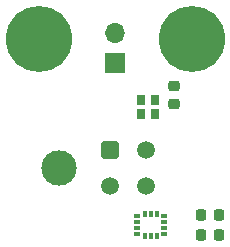
<source format=gts>
G04 #@! TF.GenerationSoftware,KiCad,Pcbnew,(6.0.11-0)*
G04 #@! TF.CreationDate,2023-06-01T19:50:38-06:00*
G04 #@! TF.ProjectId,LightSensorPCB,4c696768-7453-4656-9e73-6f725043422e,rev?*
G04 #@! TF.SameCoordinates,Original*
G04 #@! TF.FileFunction,Soldermask,Top*
G04 #@! TF.FilePolarity,Negative*
%FSLAX46Y46*%
G04 Gerber Fmt 4.6, Leading zero omitted, Abs format (unit mm)*
G04 Created by KiCad (PCBNEW (6.0.11-0)) date 2023-06-01 19:50:38*
%MOMM*%
%LPD*%
G01*
G04 APERTURE LIST*
G04 Aperture macros list*
%AMRoundRect*
0 Rectangle with rounded corners*
0 $1 Rounding radius*
0 $2 $3 $4 $5 $6 $7 $8 $9 X,Y pos of 4 corners*
0 Add a 4 corners polygon primitive as box body*
4,1,4,$2,$3,$4,$5,$6,$7,$8,$9,$2,$3,0*
0 Add four circle primitives for the rounded corners*
1,1,$1+$1,$2,$3*
1,1,$1+$1,$4,$5*
1,1,$1+$1,$6,$7*
1,1,$1+$1,$8,$9*
0 Add four rect primitives between the rounded corners*
20,1,$1+$1,$2,$3,$4,$5,0*
20,1,$1+$1,$4,$5,$6,$7,0*
20,1,$1+$1,$6,$7,$8,$9,0*
20,1,$1+$1,$8,$9,$2,$3,0*%
G04 Aperture macros list end*
%ADD10R,0.600000X0.350000*%
%ADD11R,0.350000X0.600000*%
%ADD12R,0.660400X0.812800*%
%ADD13C,5.600000*%
%ADD14RoundRect,0.225000X0.250000X-0.225000X0.250000X0.225000X-0.250000X0.225000X-0.250000X-0.225000X0*%
%ADD15RoundRect,0.225000X0.225000X0.250000X-0.225000X0.250000X-0.225000X-0.250000X0.225000X-0.250000X0*%
%ADD16C,3.000000*%
%ADD17RoundRect,0.250001X-0.499999X0.499999X-0.499999X-0.499999X0.499999X-0.499999X0.499999X0.499999X0*%
%ADD18C,1.500000*%
%ADD19R,1.700000X1.700000*%
%ADD20O,1.700000X1.700000*%
G04 APERTURE END LIST*
D10*
X111827500Y-118500000D03*
X111827500Y-119000000D03*
X111827500Y-119500000D03*
X111827500Y-120000000D03*
D11*
X112487500Y-120160000D03*
X112987500Y-120160000D03*
X113487500Y-120160000D03*
D10*
X114147500Y-120000000D03*
X114147500Y-119500000D03*
X114147500Y-119000000D03*
X114147500Y-118500000D03*
D11*
X113487500Y-118340000D03*
X112987500Y-118340000D03*
X112487500Y-118340000D03*
D12*
X113349999Y-108653100D03*
X112150001Y-108653100D03*
X112150001Y-109846900D03*
X113349999Y-109846900D03*
D13*
X103500000Y-103500000D03*
D14*
X115000000Y-109050000D03*
X115000000Y-107500000D03*
D13*
X116500000Y-103500000D03*
D15*
X118775000Y-120150000D03*
X117225000Y-120150000D03*
X118775000Y-118450000D03*
X117225000Y-118450000D03*
D16*
X105265000Y-114450000D03*
D17*
X109585000Y-112950000D03*
D18*
X109585000Y-115950000D03*
X112585000Y-112950000D03*
X112585000Y-115950000D03*
D19*
X110000000Y-105540000D03*
D20*
X110000000Y-103000000D03*
M02*

</source>
